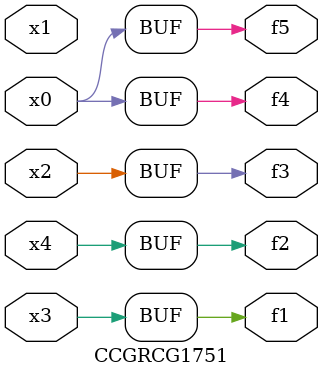
<source format=v>
module CCGRCG1751(
	input x0, x1, x2, x3, x4,
	output f1, f2, f3, f4, f5
);
	assign f1 = x3;
	assign f2 = x4;
	assign f3 = x2;
	assign f4 = x0;
	assign f5 = x0;
endmodule

</source>
